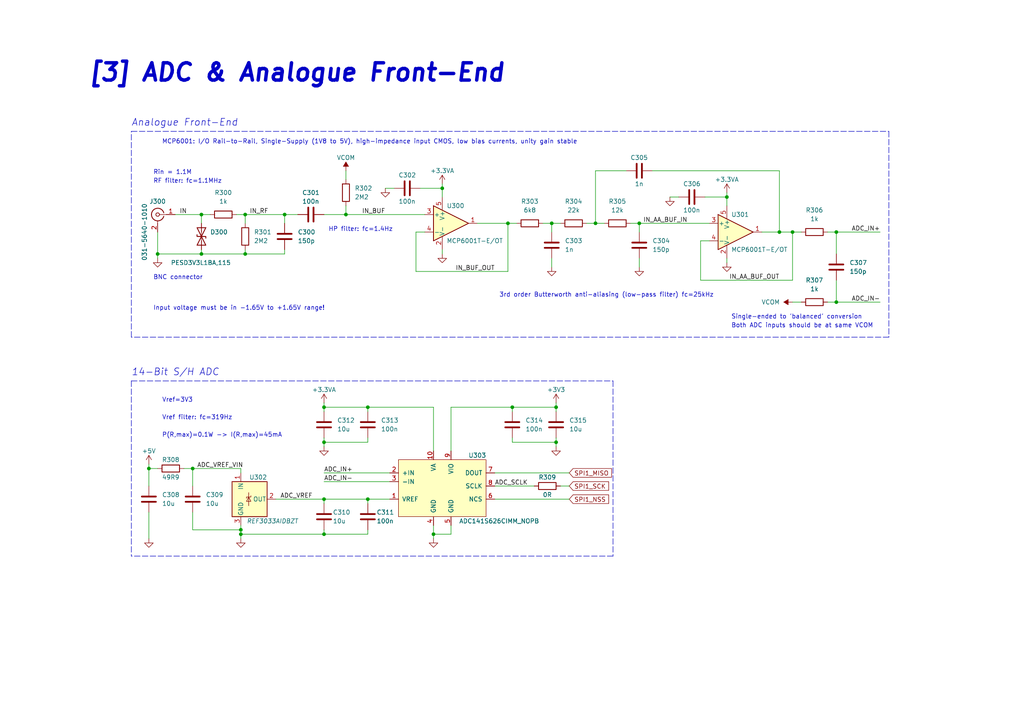
<source format=kicad_sch>
(kicad_sch (version 20211123) (generator eeschema)
  (paper "A4")
  (title_block (title "Mixed-Signal Demo PCB") (rev "0.1") (company "Phil's Lab"))
  (lib_symbols
    (symbol "Amplifier_Operational:MCP6001-OT" (pin_names (offset 0.127))
      (property "Reference" "U" (at -1.27 6.35 0))
      (property "Value" "MCP6001-OT" (at -1.27 3.81 0))
      (symbol "MCP6001-OT_0_1"
        (polyline (pts (xy -5.08 5.08) (xy 5.08 0) (xy -5.08 -5.08) (xy -5.08 5.08)) (stroke (width 0.254)) (fill (type background)))
        (pin power_in line (at -2.54 -7.62 90) (length 3.81) (name "V-") (number "2"))
        (pin power_in line (at -2.54 7.62 270) (length 3.81) (name "V+") (number "5"))
      )
      (symbol "MCP6001-OT_1_1"
        (pin output line (at 7.62 0 180) (length 2.54) (name "~") (number "1"))
        (pin input line (at -7.62 2.54 0) (length 2.54) (name "+") (number "3"))
        (pin input line (at -7.62 -2.54 0) (length 2.54) (name "-") (number "4"))
      )
    )
    (symbol "Connector:Conn_Coaxial" (pin_names (offset 1.016) hide)
      (property "Reference" "J" (at 0.254 3.048 0))
      (property "Value" "Conn_Coaxial" (at 2.921 0 90))
      (symbol "Conn_Coaxial_0_1"
        (arc (start -1.778 -0.508) (mid 0.222 -1.808) (end 1.778 0) (stroke (width 0.254)))
        (polyline (pts (xy -2.54 0) (xy -0.508 0)))
        (polyline (pts (xy 0 -2.54) (xy 0 -1.778)))
        (circle (center 0 0) (radius 0.508) (stroke (width 0.2032)))
        (arc (start 1.778 0) (mid 0.222 1.8083) (end -1.778 0.508) (stroke (width 0.254)))
      )
      (symbol "Conn_Coaxial_1_1"
        (pin passive line (at -5.08 0 0) (length 2.54) (name "In") (number "1"))
        (pin passive line (at 0 -5.08 90) (length 2.54) (name "Ext") (number "2"))
      )
    )
    (symbol "Device:C" (pin_numbers hide) (pin_names (offset 0.254))
      (property "Reference" "C" (at 0.635 2.54 0))
      (property "Value" "C" (at 0.635 -2.54 0))
      (symbol "C_0_1"
        (polyline (pts (xy -2.032 -0.762) (xy 2.032 -0.762)) (stroke (width 0.508)))
        (polyline (pts (xy -2.032 0.762) (xy 2.032 0.762)) (stroke (width 0.508)))
      )
      (symbol "C_1_1"
        (pin passive line (at 0 3.81 270) (length 2.794) (name "~") (number "1"))
        (pin passive line (at 0 -3.81 90) (length 2.794) (name "~") (number "2"))
      )
    )
    (symbol "Device:D_TVS" (pin_numbers hide) (pin_names (offset 1.016) hide)
      (property "Reference" "D" (at 0 2.54 0))
      (property "Value" "D_TVS" (at 0 -2.54 0))
      (symbol "D_TVS_0_1"
        (polyline (pts (xy 1.27 0) (xy -1.27 0)))
        (polyline (pts (xy 0.508 1.27) (xy 0 1.27) (xy 0 -1.27) (xy -0.508 -1.27)) (stroke (width 0.254)))
        (polyline (pts (xy -2.54 1.27) (xy -2.54 -1.27) (xy 2.54 1.27) (xy 2.54 -1.27) (xy -2.54 1.27)) (stroke (width 0.254)))
      )
      (symbol "D_TVS_1_1"
        (pin passive line (at -3.81 0 0) (length 2.54) (name "A1") (number "1"))
        (pin passive line (at 3.81 0 180) (length 2.54) (name "A2") (number "2"))
      )
    )
    (symbol "Device:R" (pin_numbers hide) (pin_names (offset 0))
      (property "Reference" "R" (at 2.032 0 90))
      (property "Value" "R" (at 0 0 90))
      (symbol "R_0_1"
        (rectangle (start -1.016 -2.54) (end 1.016 2.54) (stroke (width 0.254)))
      )
      (symbol "R_1_1"
        (pin passive line (at 0 3.81 270) (length 1.27) (name "~") (number "1"))
        (pin passive line (at 0 -3.81 90) (length 1.27) (name "~") (number "2"))
      )
    )
    (symbol "PhilsLab-KiCad-Symbols:ADC141S626CIMM_NOPB" (pin_names (offset 1.016))
      (property "Reference" "U" (at 11.43 10.16 0))
      (property "Value" "PhilsLab-KiCad-Symbols_ADC141S626CIMM_NOPB" (at 16.51 -8.89 0))
      (symbol "ADC141S626CIMM_NOPB_0_0"
        (pin input line (at -15.24 -2.54 0) (length 2.54) (name "VREF") (number "1"))
        (pin power_in line (at -2.54 11.43 270) (length 2.54) (name "VA") (number "10"))
        (pin input line (at -15.24 5.08 0) (length 2.54) (name "+IN") (number "2"))
        (pin input line (at -15.24 2.54 0) (length 2.54) (name "-IN") (number "3"))
        (pin power_in line (at -2.54 -10.16 90) (length 2.54) (name "GND") (number "4"))
        (pin power_in line (at 2.54 -10.16 90) (length 2.54) (name "GND") (number "5"))
        (pin input line (at 15.24 -2.54 180) (length 2.54) (name "NCS") (number "6"))
        (pin output line (at 15.24 5.08 180) (length 2.54) (name "DOUT") (number "7"))
        (pin input line (at 15.24 1.27 180) (length 2.54) (name "SCLK") (number "8"))
        (pin power_in line (at 2.54 11.43 270) (length 2.54) (name "VIO") (number "9"))
      )
      (symbol "ADC141S626CIMM_NOPB_0_1"
        (rectangle (start -12.7 8.89) (end 12.7 -7.62) (fill (type background)))
      )
    )
    (symbol "Reference_Voltage:REF3033" (pin_names (offset 0.254))
      (property "Reference" "U" (at 0 6.35 0))
      (property "Value" "REF3033" (at 2.54 -6.35 0))
      (symbol "REF3033_0_1"
        (rectangle (start -5.08 5.08) (end 5.08 -5.08) (stroke (width 0.254)) (fill (type background)))
        (polyline (pts (xy -0.254 1.905) (xy -0.254 -1.905)))
        (polyline (pts (xy -0.889 -0.635) (xy 0.381 -0.635) (xy -0.254 0.635) (xy -0.889 -0.635)))
        (polyline (pts (xy 0.381 1.016) (xy 0.381 0.635) (xy -0.889 0.635) (xy -0.889 0.254)))
      )
      (symbol "REF3033_1_1"
        (pin power_in line (at -2.54 7.62 270) (length 2.54) (name "IN") (number "1"))
        (pin power_out line (at 7.62 0 180) (length 2.54) (name "OUT") (number "2"))
        (pin power_in line (at -2.54 -7.62 90) (length 2.54) (name "GND") (number "3"))
      )
    )
    (symbol "power:+3.3VA" (power) (pin_names (offset 0))
      (property "Value" "+3.3VA" (at 0 3.556 0))
      (symbol "+3.3VA_0_1"
        (polyline (pts (xy -0.762 1.27) (xy 0 2.54)))
        (polyline (pts (xy 0 0) (xy 0 2.54)))
        (polyline (pts (xy 0 2.54) (xy 0.762 1.27)))
      )
      (symbol "+3.3VA_1_1"
        (pin power_in line (at 0 0 90) (length 0) hide (name "+3.3VA") (number "1"))
      )
    )
    (symbol "power:+3V3" (power) (pin_names (offset 0))
      (property "Value" "+3V3" (at 0 3.556 0))
      (symbol "+3V3_0_1"
        (polyline (pts (xy -0.762 1.27) (xy 0 2.54)))
        (polyline (pts (xy 0 0) (xy 0 2.54)))
        (polyline (pts (xy 0 2.54) (xy 0.762 1.27)))
      )
      (symbol "+3V3_1_1"
        (pin power_in line (at 0 0 90) (length 0) hide (name "+3V3") (number "1"))
      )
    )
    (symbol "power:+5V" (power) (pin_names (offset 0))
      (property "Value" "+5V" (at 0 3.556 0))
      (symbol "+5V_0_1"
        (polyline (pts (xy -0.762 1.27) (xy 0 2.54)))
        (polyline (pts (xy 0 0) (xy 0 2.54)))
        (polyline (pts (xy 0 2.54) (xy 0.762 1.27)))
      )
      (symbol "+5V_1_1"
        (pin power_in line (at 0 0 90) (length 0) hide (name "+5V") (number "1"))
      )
    )
    (symbol "power:GND" (power) (pin_names (offset 0))
      (property "Value" "GND" (at 0 -3.81 0))
      (symbol "GND_0_1"
        (polyline (pts (xy 0 0) (xy 0 -1.27) (xy 1.27 -1.27) (xy 0 -2.54) (xy -1.27 -1.27) (xy 0 -1.27)))
      )
      (symbol "GND_1_1"
        (pin power_in line (at 0 0 270) (length 0) hide (name "GND") (number "1"))
      )
    )
    (symbol "power:VCOM" (power) (pin_names (offset 0))
      (property "Value" "VCOM" (at 0 3.81 0))
      (symbol "VCOM_0_1"
        (polyline (pts (xy 0 0) (xy 0 2.54)))
        (polyline (pts (xy 0.762 1.27) (xy -0.762 1.27) (xy 0 2.54) (xy 0.762 1.27)) (fill (type outline)))
      )
      (symbol "VCOM_1_1"
        (pin power_in line (at 0 0 90) (length 0) hide (name "VCOM") (number "1"))
      )
    )
  )
  (junction (at 210.82 57.15))
  (junction (at 242.57 87.63))
  (junction (at 43.18 135.89))
  (junction (at 161.29 118.11))
  (junction (at 45.72 73.66))
  (junction (at 100.33 62.23))
  (junction (at 185.42 64.77))
  (junction (at 93.98 128.27))
  (junction (at 125.73 154.94))
  (junction (at 58.42 73.66))
  (junction (at 71.12 62.23))
  (junction (at 55.88 135.89))
  (junction (at 148.59 118.11))
  (junction (at 82.55 62.23))
  (junction (at 106.68 118.11))
  (junction (at 58.42 62.23))
  (junction (at 69.85 153.67))
  (junction (at 69.85 154.94))
  (junction (at 128.27 54.61))
  (junction (at 229.87 67.31))
  (junction (at 93.98 154.94))
  (junction (at 71.12 73.66))
  (junction (at 226.06 67.31))
  (junction (at 172.72 64.77))
  (junction (at 147.32 64.77))
  (junction (at 106.68 144.78))
  (junction (at 161.29 128.27))
  (junction (at 242.57 67.31))
  (junction (at 160.02 64.77))
  (junction (at 93.98 118.11))
  (junction (at 93.98 144.78))
  (wire (pts (xy 55.88 148.59) (xy 55.88 153.67)))
  (wire (pts (xy 120.65 78.74) (xy 147.32 78.74)))
  (wire (pts (xy 242.57 81.28) (xy 242.57 87.63)))
  (wire (pts (xy 71.12 62.23) (xy 82.55 62.23)))
  (wire (pts (xy 100.33 49.53) (xy 100.33 52.07)))
  (wire (pts (xy 128.27 73.66) (xy 128.27 72.39)))
  (wire (pts (xy 106.68 146.05) (xy 106.68 144.78)))
  (wire (pts (xy 43.18 140.97) (xy 43.18 135.89)))
  (wire (pts (xy 185.42 64.77) (xy 182.88 64.77)))
  (wire (pts (xy 172.72 49.53) (xy 181.61 49.53)))
  (wire (pts (xy 147.32 78.74) (xy 147.32 64.77)))
  (wire (pts (xy 71.12 62.23) (xy 68.58 62.23)))
  (wire (pts (xy 205.74 69.85) (xy 203.2 69.85)))
  (polyline (pts (xy 38.1 38.1) (xy 257.81 38.1)))
  (wire (pts (xy 162.56 64.77) (xy 160.02 64.77)))
  (wire (pts (xy 229.87 67.31) (xy 226.06 67.31)))
  (wire (pts (xy 58.42 73.66) (xy 71.12 73.66)))
  (wire (pts (xy 130.81 152.4) (xy 130.81 154.94)))
  (wire (pts (xy 203.2 69.85) (xy 203.2 81.28)))
  (wire (pts (xy 58.42 72.39) (xy 58.42 73.66)))
  (wire (pts (xy 123.19 67.31) (xy 120.65 67.31)))
  (wire (pts (xy 69.85 135.89) (xy 69.85 137.16)))
  (wire (pts (xy 93.98 154.94) (xy 69.85 154.94)))
  (wire (pts (xy 86.36 62.23) (xy 82.55 62.23)))
  (wire (pts (xy 58.42 62.23) (xy 60.96 62.23)))
  (wire (pts (xy 80.01 144.78) (xy 93.98 144.78)))
  (wire (pts (xy 71.12 64.77) (xy 71.12 62.23)))
  (wire (pts (xy 93.98 154.94) (xy 106.68 154.94)))
  (wire (pts (xy 143.51 144.78) (xy 165.1 144.78)))
  (wire (pts (xy 55.88 135.89) (xy 69.85 135.89)))
  (wire (pts (xy 71.12 73.66) (xy 71.12 72.39)))
  (wire (pts (xy 161.29 116.84) (xy 161.29 118.11)))
  (wire (pts (xy 43.18 134.62) (xy 43.18 135.89)))
  (wire (pts (xy 255.27 67.31) (xy 242.57 67.31)))
  (wire (pts (xy 148.59 119.38) (xy 148.59 118.11)))
  (wire (pts (xy 160.02 74.93) (xy 160.02 77.47)))
  (wire (pts (xy 55.88 153.67) (xy 69.85 153.67)))
  (wire (pts (xy 69.85 153.67) (xy 69.85 154.94)))
  (wire (pts (xy 71.12 73.66) (xy 82.55 73.66)))
  (wire (pts (xy 55.88 140.97) (xy 55.88 135.89)))
  (wire (pts (xy 45.72 73.66) (xy 45.72 67.31)))
  (wire (pts (xy 210.82 57.15) (xy 210.82 55.88)))
  (wire (pts (xy 93.98 139.7) (xy 113.03 139.7)))
  (wire (pts (xy 43.18 135.89) (xy 45.72 135.89)))
  (wire (pts (xy 93.98 62.23) (xy 100.33 62.23)))
  (wire (pts (xy 172.72 64.77) (xy 172.72 49.53)))
  (wire (pts (xy 148.59 128.27) (xy 148.59 127)))
  (wire (pts (xy 45.72 74.93) (xy 45.72 73.66)))
  (wire (pts (xy 100.33 62.23) (xy 100.33 59.69)))
  (polyline (pts (xy 177.8 161.29) (xy 38.1 161.29)))
  (wire (pts (xy 160.02 67.31) (xy 160.02 64.77)))
  (wire (pts (xy 121.92 54.61) (xy 128.27 54.61)))
  (wire (pts (xy 125.73 156.21) (xy 125.73 154.94)))
  (wire (pts (xy 161.29 129.54) (xy 161.29 128.27)))
  (polyline (pts (xy 257.81 97.79) (xy 38.1 97.79)))
  (wire (pts (xy 143.51 137.16) (xy 165.1 137.16)))
  (wire (pts (xy 175.26 64.77) (xy 172.72 64.77)))
  (wire (pts (xy 154.94 140.97) (xy 143.51 140.97)))
  (wire (pts (xy 149.86 64.77) (xy 147.32 64.77)))
  (wire (pts (xy 58.42 64.77) (xy 58.42 62.23)))
  (wire (pts (xy 106.68 119.38) (xy 106.68 118.11)))
  (wire (pts (xy 106.68 154.94) (xy 106.68 153.67)))
  (wire (pts (xy 185.42 74.93) (xy 185.42 77.47)))
  (wire (pts (xy 226.06 67.31) (xy 220.98 67.31)))
  (wire (pts (xy 226.06 49.53) (xy 226.06 67.31)))
  (wire (pts (xy 113.03 137.16) (xy 93.98 137.16)))
  (wire (pts (xy 161.29 128.27) (xy 148.59 128.27)))
  (wire (pts (xy 93.98 128.27) (xy 106.68 128.27)))
  (wire (pts (xy 43.18 156.21) (xy 43.18 148.59)))
  (wire (pts (xy 161.29 128.27) (xy 161.29 127)))
  (wire (pts (xy 93.98 146.05) (xy 93.98 144.78)))
  (wire (pts (xy 93.98 118.11) (xy 106.68 118.11)))
  (wire (pts (xy 58.42 73.66) (xy 45.72 73.66)))
  (wire (pts (xy 232.41 67.31) (xy 229.87 67.31)))
  (wire (pts (xy 128.27 54.61) (xy 128.27 57.15)))
  (wire (pts (xy 204.47 57.15) (xy 210.82 57.15)))
  (polyline (pts (xy 38.1 110.49) (xy 177.8 110.49)))
  (wire (pts (xy 93.98 144.78) (xy 106.68 144.78)))
  (wire (pts (xy 229.87 81.28) (xy 229.87 67.31)))
  (wire (pts (xy 50.8 62.23) (xy 58.42 62.23)))
  (wire (pts (xy 172.72 64.77) (xy 170.18 64.77)))
  (polyline (pts (xy 257.81 38.1) (xy 257.81 97.79)))
  (wire (pts (xy 242.57 67.31) (xy 240.03 67.31)))
  (polyline (pts (xy 177.8 110.49) (xy 177.8 161.29)))
  (wire (pts (xy 100.33 62.23) (xy 123.19 62.23)))
  (wire (pts (xy 125.73 154.94) (xy 130.81 154.94)))
  (wire (pts (xy 205.74 64.77) (xy 185.42 64.77)))
  (wire (pts (xy 93.98 119.38) (xy 93.98 118.11)))
  (wire (pts (xy 130.81 118.11) (xy 130.81 130.81)))
  (wire (pts (xy 210.82 76.2) (xy 210.82 74.93)))
  (wire (pts (xy 161.29 119.38) (xy 161.29 118.11)))
  (wire (pts (xy 210.82 57.15) (xy 210.82 59.69)))
  (wire (pts (xy 120.65 67.31) (xy 120.65 78.74)))
  (polyline (pts (xy 38.1 110.49) (xy 38.1 161.29)))
  (wire (pts (xy 53.34 135.89) (xy 55.88 135.89)))
  (wire (pts (xy 255.27 87.63) (xy 242.57 87.63)))
  (wire (pts (xy 161.29 118.11) (xy 148.59 118.11)))
  (wire (pts (xy 93.98 118.11) (xy 93.98 116.84)))
  (wire (pts (xy 189.23 49.53) (xy 226.06 49.53)))
  (wire (pts (xy 165.1 140.97) (xy 162.56 140.97)))
  (wire (pts (xy 106.68 118.11) (xy 125.73 118.11)))
  (wire (pts (xy 194.31 57.15) (xy 196.85 57.15)))
  (wire (pts (xy 106.68 128.27) (xy 106.68 127)))
  (wire (pts (xy 93.98 154.94) (xy 93.98 153.67)))
  (wire (pts (xy 185.42 67.31) (xy 185.42 64.77)))
  (wire (pts (xy 93.98 129.54) (xy 93.98 128.27)))
  (wire (pts (xy 203.2 81.28) (xy 229.87 81.28)))
  (wire (pts (xy 147.32 64.77) (xy 138.43 64.77)))
  (polyline (pts (xy 38.1 97.79) (xy 38.1 38.1)))
  (wire (pts (xy 229.87 87.63) (xy 232.41 87.63)))
  (wire (pts (xy 128.27 54.61) (xy 128.27 53.34)))
  (wire (pts (xy 69.85 152.4) (xy 69.85 153.67)))
  (wire (pts (xy 82.55 73.66) (xy 82.55 72.39)))
  (wire (pts (xy 148.59 118.11) (xy 130.81 118.11)))
  (wire (pts (xy 69.85 154.94) (xy 69.85 156.21)))
  (wire (pts (xy 242.57 87.63) (xy 240.03 87.63)))
  (wire (pts (xy 125.73 118.11) (xy 125.73 130.81)))
  (wire (pts (xy 82.55 64.77) (xy 82.55 62.23)))
  (wire (pts (xy 242.57 73.66) (xy 242.57 67.31)))
  (wire (pts (xy 160.02 64.77) (xy 157.48 64.77)))
  (wire (pts (xy 111.76 54.61) (xy 114.3 54.61)))
  (wire (pts (xy 93.98 128.27) (xy 93.98 127)))
  (wire (pts (xy 125.73 152.4) (xy 125.73 154.94)))
  (wire (pts (xy 106.68 144.78) (xy 113.03 144.78)))
  (text "HP filter: fc=1.4Hz" (at 95.25 67.31 0) (effects (font (size 1.27 1.27)) (justify left bottom)))
  (text "Both ADC inputs should be at same VCOM" (at 212.09 95.25 0) (effects (font (size 1.27 1.27)) (justify left bottom)))
  (text "BNC connector" (at 44.45 81.28 0) (effects (font (size 1.27 1.27)) (justify left bottom)))
  (text "Rin = 1.1M" (at 44.45 50.8 0) (effects (font (size 1.27 1.27)) (justify left bottom)))
  (text "14-Bit S/H ADC" (at 38.1 109.22 0) (effects (font (size 2.0066 2.0066) italic) (justify left bottom)))
  (text "Vref filter: fc=319Hz" (at 46.99 121.92 0) (effects (font (size 1.27 1.27)) (justify left bottom)))
  (text "Input voltage must be in -1.65V to +1.65V range!" (at 44.45 90.17 0) (effects (font (size 1.27 1.27)) (justify left bottom)))
  (text "Analogue Front-End" (at 38.1 36.83 0) (effects (font (size 2.0066 2.0066) italic) (justify left bottom)))
  (text "Single-ended to 'balanced' conversion" (at 212.09 92.71 0) (effects (font (size 1.27 1.27)) (justify left bottom)))
  (text "RF filter: fc=1.1MHz" (at 44.45 53.34 0) (effects (font (size 1.27 1.27)) (justify left bottom)))
  (text "3rd order Butterworth anti-aliasing (low-pass filter) fc=25kHz" (at 144.78 86.36 0) (effects (font (size 1.27 1.27)) (justify left bottom)))
  (text "MCP6001: I/O Rail-to-Rail, Single-Supply (1V8 to 5V), high-impedance input CMOS, low bias currents, unity gain stable" (at 46.99 41.91 0) (effects (font (size 1.27 1.27)) (justify left bottom)))
  (text "P(R,max)=0.1W -> I(R,max)=45mA" (at 46.99 127 0) (effects (font (size 1.27 1.27)) (justify left bottom)))
  (text "Vref=3V3" (at 46.99 116.84 0) (effects (font (size 1.27 1.27)) (justify left bottom)))
  (text "[3] ADC & Analogue Front-End" (at 25.4 24.13 0) (effects (font (size 5.0038 5.0038) (thickness 1.0008) bold italic) (justify left bottom)))
  (label "IN_RF" (at 72.39 62.23 0))
  (label "IN_BUF_OUT" (at 143.51 78.74 180))
  (label "ADC_IN-" (at 93.98 139.7 0))
  (label "ADC_IN+" (at 255.27 67.31 180))
  (label "IN_AA_BUF_IN" (at 199.39 64.77 180))
  (label "ADC_SCLK" (at 143.51 140.97 0))
  (label "ADC_VREF" (at 81.28 144.78 0))
  (label "ADC_IN-" (at 255.27 87.63 180))
  (label "IN_BUF" (at 111.76 62.23 180))
  (label "IN_AA_BUF_OUT" (at 226.06 81.28 180))
  (label "ADC_VREF_VIN" (at 57.15 135.89 0))
  (label "ADC_IN+" (at 93.98 137.16 0))
  (label "IN" (at 52.07 62.23 0))
  (global_label "SPI1_MISO" (shape input) (at 165.1 137.16 0) (property "Intersheet References" "${INTERSHEET_REFS}" (effects hide)))
  (global_label "SPI1_SCK" (shape input) (at 165.1 140.97 0) (property "Intersheet References" "${INTERSHEET_REFS}" (effects hide)))
  (global_label "SPI1_NSS" (shape input) (at 165.1 144.78 0) (property "Intersheet References" "${INTERSHEET_REFS}" (effects hide)))
  (symbol (lib_id "PhilsLab-KiCad-Symbols:ADC141S626CIMM_NOPB") (at 128.27 142.24 0) (unit 1)
    (property "Reference" "U303" (at 138.43 132.08 0))
    (property "Value" "ADC141S626CIMM_NOPB" (at 144.78 151.13 0))
    (property "Footprint" "Library:VSSOP-10" (effects hide))
  )
  (symbol (lib_id "power:+3V3") (at 161.29 116.84 0) (unit 1)
    (property "Reference" "#PWR053" (effects hide))
    (property "Value" "+3V3" (at 161.29 113.03 0))
  )
  (symbol (lib_id "Device:C") (at 148.59 123.19 0) (unit 1)
    (property "Reference" "C314" (at 152.4 121.92 0) (effects (justify left)))
    (property "Value" "100n" (at 152.4 124.46 0) (effects (justify left)))
    (property "Footprint" "Capacitor_SMD:C_0402_1005Metric" (effects hide))
  )
  (symbol (lib_id "Device:R") (at 158.75 140.97 270) (unit 1)
    (property "Reference" "R309" (at 158.75 138.43 90))
    (property "Value" "0R" (at 158.75 143.51 90))
    (property "Footprint" "Resistor_SMD:R_0402_1005Metric" (effects hide))
  )
  (symbol (lib_id "power:GND") (at 125.73 156.21 0) (unit 1)
    (property "Reference" "#PWR059" (effects hide))
    (property "Value" "GND" (effects hide))
  )
  (symbol (lib_id "Device:C") (at 161.29 123.19 0) (unit 1)
    (property "Reference" "C315" (at 165.1 121.92 0) (effects (justify left)))
    (property "Value" "10u" (at 165.1 124.46 0) (effects (justify left)))
    (property "Footprint" "Capacitor_SMD:C_0603_1608Metric" (effects hide))
  )
  (symbol (lib_id "power:GND") (at 161.29 129.54 0) (unit 1)
    (property "Reference" "#PWR055" (effects hide))
    (property "Value" "GND" (effects hide))
  )
  (symbol (lib_id "Device:C") (at 106.68 123.19 0) (unit 1)
    (property "Reference" "C313" (at 110.49 121.92 0) (effects (justify left)))
    (property "Value" "100n" (at 110.49 124.46 0) (effects (justify left)))
    (property "Footprint" "Capacitor_SMD:C_0402_1005Metric" (effects hide))
  )
  (symbol (lib_id "Device:C") (at 93.98 123.19 0) (unit 1)
    (property "Reference" "C312" (at 97.79 121.92 0) (effects (justify left)))
    (property "Value" "10u" (at 97.79 124.46 0) (effects (justify left)))
    (property "Footprint" "Capacitor_SMD:C_0603_1608Metric" (effects hide))
  )
  (symbol (lib_id "power:GND") (at 93.98 129.54 0) (unit 1)
    (property "Reference" "#PWR054" (effects hide))
    (property "Value" "GND" (effects hide))
  )
  (symbol (lib_id "Device:C") (at 106.68 149.86 0) (unit 1)
    (property "Reference" "C311" (at 109.22 148.59 0) (effects (justify left)))
    (property "Value" "100n" (at 109.22 151.13 0) (effects (justify left)))
    (property "Footprint" "Capacitor_SMD:C_0402_1005Metric" (effects hide))
  )
  (symbol (lib_id "Device:C") (at 93.98 149.86 0) (unit 1)
    (property "Reference" "C310" (at 96.52 148.59 0) (effects (justify left)))
    (property "Value" "10u" (at 96.52 151.13 0) (effects (justify left)))
    (property "Footprint" "Capacitor_SMD:C_0603_1608Metric" (effects hide))
  )
  (symbol (lib_id "power:GND") (at 69.85 156.21 0) (unit 1)
    (property "Reference" "#PWR058" (effects hide))
    (property "Value" "GND" (effects hide))
  )
  (symbol (lib_id "Amplifier_Operational:MCP6001-OT") (at 130.81 64.77 0) (unit 1)
    (property "Reference" "U300" (at 129.54 59.69 0) (effects (justify left)))
    (property "Value" "MCP6001T-E/OT" (at 129.54 69.85 0) (effects (justify left)))
    (property "Footprint" "Package_TO_SOT_SMD:SOT-23-5" (effects hide))
    (property "Datasheet" "http://ww1.microchip.com/downloads/en/DeviceDoc/21733j.pdf" (effects hide))
  )
  (symbol (lib_id "Device:C") (at 118.11 54.61 270) (unit 1)
    (property "Reference" "C302" (at 115.57 50.8 90) (effects (justify left)))
    (property "Value" "100n" (at 115.57 58.42 90) (effects (justify left)))
    (property "Footprint" "Capacitor_SMD:C_0402_1005Metric" (effects hide))
  )
  (symbol (lib_id "power:GND") (at 128.27 73.66 0) (unit 1)
    (property "Reference" "#PWR046" (effects hide))
    (property "Value" "GND" (effects hide))
  )
  (symbol (lib_id "power:GND") (at 111.76 54.61 0) (unit 1)
    (property "Reference" "#PWR043" (effects hide))
    (property "Value" "GND" (effects hide))
  )
  (symbol (lib_id "Device:R") (at 64.77 62.23 270) (unit 1)
    (property "Reference" "R300" (at 64.77 55.88 90))
    (property "Value" "1k" (at 64.77 58.42 90))
    (property "Footprint" "Resistor_SMD:R_0402_1005Metric" (effects hide))
  )
  (symbol (lib_id "Device:R") (at 71.12 68.58 180) (unit 1)
    (property "Reference" "R301" (at 73.66 67.31 0) (effects (justify right)))
    (property "Value" "2M2" (at 73.66 69.85 0) (effects (justify right)))
    (property "Footprint" "Resistor_SMD:R_0402_1005Metric" (effects hide))
  )
  (symbol (lib_id "Device:C") (at 82.55 68.58 0) (unit 1)
    (property "Reference" "C300" (at 86.36 67.31 0) (effects (justify left)))
    (property "Value" "150p" (at 86.36 69.85 0) (effects (justify left)))
    (property "Footprint" "Capacitor_SMD:C_0402_1005Metric" (effects hide))
  )
  (symbol (lib_id "power:GND") (at 45.72 74.93 0) (unit 1)
    (property "Reference" "#PWR047" (effects hide))
    (property "Value" "GND" (effects hide))
  )
  (symbol (lib_id "Device:C") (at 90.17 62.23 270) (unit 1)
    (property "Reference" "C301" (at 87.63 55.88 90) (effects (justify left)))
    (property "Value" "100n" (at 87.63 58.42 90) (effects (justify left)))
    (property "Footprint" "Capacitor_SMD:C_0402_1005Metric" (effects hide))
  )
  (symbol (lib_id "power:VCOM") (at 100.33 49.53 0) (unit 1)
    (property "Reference" "#PWR041" (effects hide))
    (property "Value" "VCOM" (at 100.33 45.72 0))
  )
  (symbol (lib_id "Device:R") (at 100.33 55.88 180) (unit 1)
    (property "Reference" "R302" (at 102.87 54.61 0) (effects (justify right)))
    (property "Value" "2M2" (at 102.87 57.15 0) (effects (justify right)))
    (property "Footprint" "Resistor_SMD:R_0402_1005Metric" (effects hide))
  )
  (symbol (lib_id "Amplifier_Operational:MCP6001-OT") (at 213.36 67.31 0) (unit 1)
    (property "Reference" "U301" (at 212.09 62.23 0) (effects (justify left)))
    (property "Value" "MCP6001T-E/OT" (at 212.09 72.39 0) (effects (justify left)))
    (property "Footprint" "Package_TO_SOT_SMD:SOT-23-5" (effects hide))
    (property "Datasheet" "http://ww1.microchip.com/downloads/en/DeviceDoc/21733j.pdf" (effects hide))
  )
  (symbol (lib_id "Device:C") (at 200.66 57.15 270) (unit 1)
    (property "Reference" "C306" (at 198.12 53.34 90) (effects (justify left)))
    (property "Value" "100n" (at 198.12 60.96 90) (effects (justify left)))
    (property "Footprint" "Capacitor_SMD:C_0402_1005Metric" (effects hide))
  )
  (symbol (lib_id "power:GND") (at 210.82 76.2 0) (unit 1)
    (property "Reference" "#PWR048" (effects hide))
    (property "Value" "GND" (effects hide))
  )
  (symbol (lib_id "power:GND") (at 194.31 57.15 0) (unit 1)
    (property "Reference" "#PWR045" (effects hide))
    (property "Value" "GND" (effects hide))
  )
  (symbol (lib_id "Device:R") (at 153.67 64.77 270) (unit 1)
    (property "Reference" "R303" (at 153.67 58.42 90))
    (property "Value" "6k8" (at 153.67 60.96 90))
    (property "Footprint" "Resistor_SMD:R_0402_1005Metric" (effects hide))
  )
  (symbol (lib_id "Device:C") (at 160.02 71.12 0) (unit 1)
    (property "Reference" "C303" (at 163.83 69.85 0) (effects (justify left)))
    (property "Value" "1n" (at 163.83 72.39 0) (effects (justify left)))
    (property "Footprint" "Capacitor_SMD:C_0402_1005Metric" (effects hide))
  )
  (symbol (lib_id "Device:R") (at 166.37 64.77 270) (unit 1)
    (property "Reference" "R304" (at 166.37 58.42 90))
    (property "Value" "22k" (at 166.37 60.96 90))
    (property "Footprint" "Resistor_SMD:R_0402_1005Metric" (effects hide))
  )
  (symbol (lib_id "power:GND") (at 160.02 77.47 0) (unit 1)
    (property "Reference" "#PWR049" (effects hide))
    (property "Value" "GND" (effects hide))
  )
  (symbol (lib_id "Device:R") (at 179.07 64.77 270) (unit 1)
    (property "Reference" "R305" (at 179.07 58.42 90))
    (property "Value" "12k" (at 179.07 60.96 90))
    (property "Footprint" "Resistor_SMD:R_0402_1005Metric" (effects hide))
  )
  (symbol (lib_id "Device:C") (at 185.42 71.12 0) (unit 1)
    (property "Reference" "C304" (at 189.23 69.85 0) (effects (justify left)))
    (property "Value" "150p" (at 189.23 72.39 0) (effects (justify left)))
    (property "Footprint" "Capacitor_SMD:C_0402_1005Metric" (effects hide))
  )
  (symbol (lib_id "Device:R") (at 236.22 67.31 270) (unit 1)
    (property "Reference" "R306" (at 236.22 60.96 90))
    (property "Value" "1k" (at 236.22 63.5 90))
    (property "Footprint" "Resistor_SMD:R_0402_1005Metric" (effects hide))
  )
  (symbol (lib_id "Device:R") (at 236.22 87.63 270) (unit 1)
    (property "Reference" "R307" (at 236.22 81.28 90))
    (property "Value" "1k" (at 236.22 83.82 90))
    (property "Footprint" "Resistor_SMD:R_0402_1005Metric" (effects hide))
  )
  (symbol (lib_id "Device:C") (at 242.57 77.47 0) (unit 1)
    (property "Reference" "C307" (at 246.38 76.2 0) (effects (justify left)))
    (property "Value" "150p" (at 246.38 78.74 0) (effects (justify left)))
    (property "Footprint" "Capacitor_SMD:C_0402_1005Metric" (effects hide))
  )
  (symbol (lib_id "power:GND") (at 185.42 77.47 0) (unit 1)
    (property "Reference" "#PWR050" (effects hide))
    (property "Value" "GND" (effects hide))
  )
  (symbol (lib_id "power:VCOM") (at 229.87 87.63 90) (unit 1)
    (property "Reference" "#PWR051" (effects hide))
    (property "Value" "VCOM" (at 223.52 87.63 90))
  )
  (symbol (lib_id "Device:D_TVS") (at 58.42 68.58 270) (unit 1)
    (property "Reference" "D300" (at 60.96 67.31 90) (effects (justify left)))
    (property "Value" "PESD3V3L1BA,115" (at 49.53 76.2 90) (effects (justify left)))
    (property "Footprint" "Diode_SMD:D_SOD-323" (effects hide))
  )
  (symbol (lib_id "Connector:Conn_Coaxial") (at 45.72 62.23 0) (mirror y) (unit 1)
    (property "Reference" "J300" (at 45.72 58.42 0))
    (property "Value" "031-5640-1010" (at 41.91 67.31 90))
    (property "Footprint" "Library:AMPHENOL-BNC-031-5640-1010" (effects hide))
    (property "Datasheet" " ~" (effects hide))
  )
  (symbol (lib_id "Reference_Voltage:REF3033") (at 72.39 144.78 0) (unit 1)
    (property "Reference" "U302" (at 77.47 138.43 0) (effects (justify right)))
    (property "Value" "REF3033AIDBZT" (at 86.36 151.13 0) (effects (font italic) (justify right)))
    (property "Footprint" "Package_TO_SOT_SMD:SOT-23" (effects hide))
    (property "Datasheet" "http://www.ti.com/lit/ds/symlink/ref3033.pdf" (effects hide))
  )
  (symbol (lib_id "Device:C") (at 55.88 144.78 0) (unit 1)
    (property "Reference" "C309" (at 59.69 143.51 0) (effects (justify left)))
    (property "Value" "10u" (at 59.69 146.05 0) (effects (justify left)))
    (property "Footprint" "Capacitor_SMD:C_0603_1608Metric" (effects hide))
  )
  (symbol (lib_id "Device:R") (at 49.53 135.89 270) (unit 1)
    (property "Reference" "R308" (at 49.53 133.35 90))
    (property "Value" "49R9" (at 49.53 138.43 90))
    (property "Footprint" "Resistor_SMD:R_0402_1005Metric" (effects hide))
  )
  (symbol (lib_id "Device:C") (at 43.18 144.78 0) (unit 1)
    (property "Reference" "C308" (at 46.99 143.51 0) (effects (justify left)))
    (property "Value" "10u" (at 46.99 146.05 0) (effects (justify left)))
    (property "Footprint" "Capacitor_SMD:C_0603_1608Metric" (effects hide))
  )
  (symbol (lib_id "power:GND") (at 43.18 156.21 0) (unit 1)
    (property "Reference" "#PWR057" (effects hide))
    (property "Value" "GND" (effects hide))
  )
  (symbol (lib_id "power:+5V") (at 43.18 134.62 0) (unit 1)
    (property "Reference" "#PWR056" (effects hide))
    (property "Value" "+5V" (at 43.18 130.81 0))
  )
  (symbol (lib_id "power:+3.3VA") (at 93.98 116.84 0) (unit 1)
    (property "Reference" "#PWR052" (effects hide))
    (property "Value" "+3.3VA" (at 93.98 113.03 0))
  )
  (symbol (lib_id "power:+3.3VA") (at 128.27 53.34 0) (unit 1)
    (property "Reference" "#PWR042" (effects hide))
    (property "Value" "+3.3VA" (at 128.27 49.53 0))
  )
  (symbol (lib_id "power:+3.3VA") (at 210.82 55.88 0) (unit 1)
    (property "Reference" "#PWR044" (effects hide))
    (property "Value" "+3.3VA" (at 210.82 52.07 0))
  )
  (symbol (lib_id "Device:C") (at 185.42 49.53 90) (unit 1)
    (property "Reference" "C305" (at 187.96 45.72 90) (effects (justify left)))
    (property "Value" "1n" (at 186.69 53.34 90) (effects (justify left)))
    (property "Footprint" "Capacitor_SMD:C_0402_1005Metric" (effects hide))
  )
)
</source>
